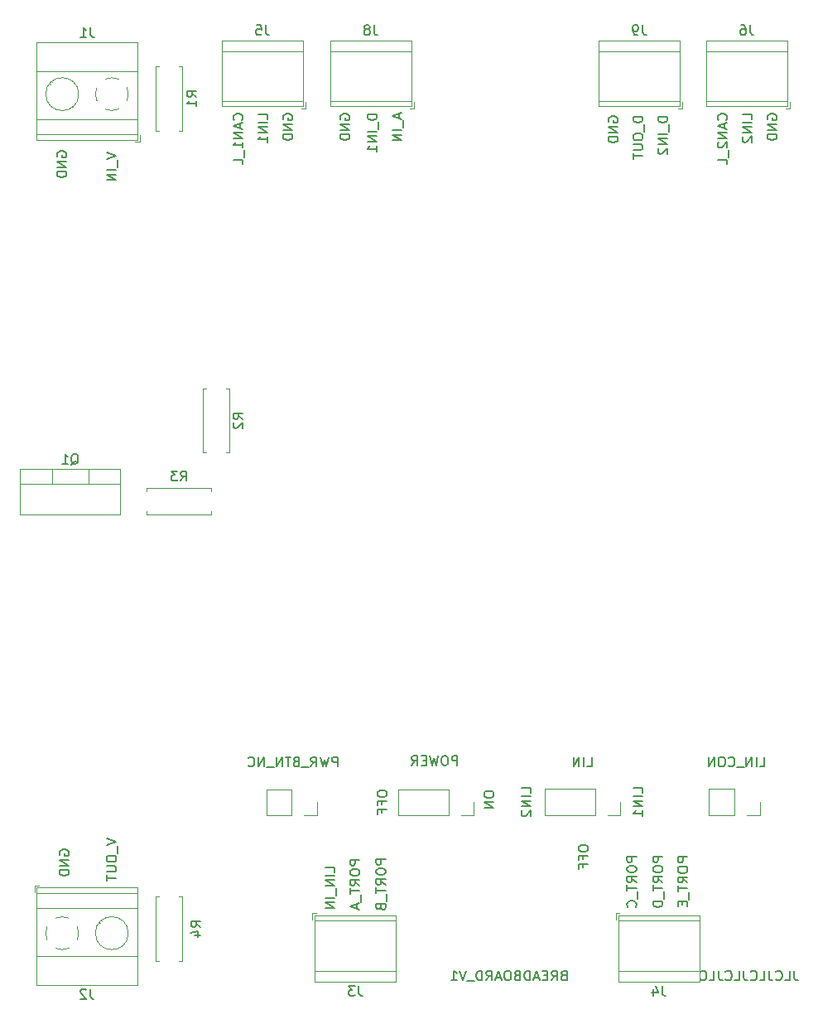
<source format=gbo>
G04 #@! TF.GenerationSoftware,KiCad,Pcbnew,(6.0.1)*
G04 #@! TF.CreationDate,2022-03-31T21:17:37+02:00*
G04 #@! TF.ProjectId,Breadboard,42726561-6462-46f6-9172-642e6b696361,v1.0*
G04 #@! TF.SameCoordinates,Original*
G04 #@! TF.FileFunction,Legend,Bot*
G04 #@! TF.FilePolarity,Positive*
%FSLAX46Y46*%
G04 Gerber Fmt 4.6, Leading zero omitted, Abs format (unit mm)*
G04 Created by KiCad (PCBNEW (6.0.1)) date 2022-03-31 21:17:37*
%MOMM*%
%LPD*%
G01*
G04 APERTURE LIST*
%ADD10C,0.150000*%
%ADD11C,0.120000*%
%ADD12R,1.700000X1.700000*%
%ADD13O,1.700000X1.700000*%
%ADD14C,10.160000*%
%ADD15R,1.800000X1.800000*%
%ADD16C,1.800000*%
%ADD17C,3.200000*%
%ADD18C,1.600000*%
%ADD19O,1.600000X1.600000*%
%ADD20R,2.100000X2.100000*%
%ADD21C,2.100000*%
%ADD22R,1.905000X2.000000*%
%ADD23O,1.905000X2.000000*%
%ADD24R,2.600000X2.600000*%
%ADD25C,2.600000*%
G04 APERTURE END LIST*
D10*
X113244000Y-129905404D02*
X113196380Y-129810166D01*
X113196380Y-129667309D01*
X113244000Y-129524452D01*
X113339238Y-129429214D01*
X113434476Y-129381595D01*
X113624952Y-129333976D01*
X113767809Y-129333976D01*
X113958285Y-129381595D01*
X114053523Y-129429214D01*
X114148761Y-129524452D01*
X114196380Y-129667309D01*
X114196380Y-129762547D01*
X114148761Y-129905404D01*
X114101142Y-129953023D01*
X113767809Y-129953023D01*
X113767809Y-129762547D01*
X114196380Y-130381595D02*
X113196380Y-130381595D01*
X114196380Y-130953023D01*
X113196380Y-130953023D01*
X114196380Y-131429214D02*
X113196380Y-131429214D01*
X113196380Y-131667309D01*
X113244000Y-131810166D01*
X113339238Y-131905404D01*
X113434476Y-131953023D01*
X113624952Y-132000642D01*
X113767809Y-132000642D01*
X113958285Y-131953023D01*
X114053523Y-131905404D01*
X114148761Y-131810166D01*
X114196380Y-131667309D01*
X114196380Y-131429214D01*
X134516380Y-54673785D02*
X134516380Y-54197595D01*
X133516380Y-54197595D01*
X134516380Y-55007119D02*
X133516380Y-55007119D01*
X134516380Y-55483309D02*
X133516380Y-55483309D01*
X134516380Y-56054738D01*
X133516380Y-56054738D01*
X134516380Y-57054738D02*
X134516380Y-56483309D01*
X134516380Y-56769023D02*
X133516380Y-56769023D01*
X133659238Y-56673785D01*
X133754476Y-56578547D01*
X133802095Y-56483309D01*
X156630380Y-123600952D02*
X156630380Y-123791428D01*
X156678000Y-123886666D01*
X156773238Y-123981904D01*
X156963714Y-124029523D01*
X157297047Y-124029523D01*
X157487523Y-123981904D01*
X157582761Y-123886666D01*
X157630380Y-123791428D01*
X157630380Y-123600952D01*
X157582761Y-123505714D01*
X157487523Y-123410476D01*
X157297047Y-123362857D01*
X156963714Y-123362857D01*
X156773238Y-123410476D01*
X156678000Y-123505714D01*
X156630380Y-123600952D01*
X157630380Y-124458095D02*
X156630380Y-124458095D01*
X157630380Y-125029523D01*
X156630380Y-125029523D01*
X141374380Y-131641761D02*
X141374380Y-131165571D01*
X140374380Y-131165571D01*
X141374380Y-131975095D02*
X140374380Y-131975095D01*
X141374380Y-132451285D02*
X140374380Y-132451285D01*
X141374380Y-133022714D01*
X140374380Y-133022714D01*
X141469619Y-133260809D02*
X141469619Y-134022714D01*
X141374380Y-134260809D02*
X140374380Y-134260809D01*
X141374380Y-134737000D02*
X140374380Y-134737000D01*
X141374380Y-135308428D01*
X140374380Y-135308428D01*
X172235380Y-130054380D02*
X171235380Y-130054380D01*
X171235380Y-130435333D01*
X171283000Y-130530571D01*
X171330619Y-130578190D01*
X171425857Y-130625809D01*
X171568714Y-130625809D01*
X171663952Y-130578190D01*
X171711571Y-130530571D01*
X171759190Y-130435333D01*
X171759190Y-130054380D01*
X171235380Y-131244857D02*
X171235380Y-131435333D01*
X171283000Y-131530571D01*
X171378238Y-131625809D01*
X171568714Y-131673428D01*
X171902047Y-131673428D01*
X172092523Y-131625809D01*
X172187761Y-131530571D01*
X172235380Y-131435333D01*
X172235380Y-131244857D01*
X172187761Y-131149619D01*
X172092523Y-131054380D01*
X171902047Y-131006761D01*
X171568714Y-131006761D01*
X171378238Y-131054380D01*
X171283000Y-131149619D01*
X171235380Y-131244857D01*
X172235380Y-132673428D02*
X171759190Y-132340095D01*
X172235380Y-132102000D02*
X171235380Y-132102000D01*
X171235380Y-132482952D01*
X171283000Y-132578190D01*
X171330619Y-132625809D01*
X171425857Y-132673428D01*
X171568714Y-132673428D01*
X171663952Y-132625809D01*
X171711571Y-132578190D01*
X171759190Y-132482952D01*
X171759190Y-132102000D01*
X171235380Y-132959142D02*
X171235380Y-133530571D01*
X172235380Y-133244857D02*
X171235380Y-133244857D01*
X172330619Y-133625809D02*
X172330619Y-134387714D01*
X172140142Y-135197238D02*
X172187761Y-135149619D01*
X172235380Y-135006761D01*
X172235380Y-134911523D01*
X172187761Y-134768666D01*
X172092523Y-134673428D01*
X171997285Y-134625809D01*
X171806809Y-134578190D01*
X171663952Y-134578190D01*
X171473476Y-134625809D01*
X171378238Y-134673428D01*
X171283000Y-134768666D01*
X171235380Y-134911523D01*
X171235380Y-135006761D01*
X171283000Y-135149619D01*
X171330619Y-135197238D01*
X181411142Y-54769023D02*
X181458761Y-54721404D01*
X181506380Y-54578547D01*
X181506380Y-54483309D01*
X181458761Y-54340452D01*
X181363523Y-54245214D01*
X181268285Y-54197595D01*
X181077809Y-54149976D01*
X180934952Y-54149976D01*
X180744476Y-54197595D01*
X180649238Y-54245214D01*
X180554000Y-54340452D01*
X180506380Y-54483309D01*
X180506380Y-54578547D01*
X180554000Y-54721404D01*
X180601619Y-54769023D01*
X181220666Y-55149976D02*
X181220666Y-55626166D01*
X181506380Y-55054738D02*
X180506380Y-55388071D01*
X181506380Y-55721404D01*
X181506380Y-56054738D02*
X180506380Y-56054738D01*
X181506380Y-56626166D01*
X180506380Y-56626166D01*
X180601619Y-57054738D02*
X180554000Y-57102357D01*
X180506380Y-57197595D01*
X180506380Y-57435690D01*
X180554000Y-57530928D01*
X180601619Y-57578547D01*
X180696857Y-57626166D01*
X180792095Y-57626166D01*
X180934952Y-57578547D01*
X181506380Y-57007119D01*
X181506380Y-57626166D01*
X181601619Y-57816642D02*
X181601619Y-58578547D01*
X181506380Y-59292833D02*
X181506380Y-58816642D01*
X180506380Y-58816642D01*
X112990000Y-58531404D02*
X112942380Y-58436166D01*
X112942380Y-58293309D01*
X112990000Y-58150452D01*
X113085238Y-58055214D01*
X113180476Y-58007595D01*
X113370952Y-57959976D01*
X113513809Y-57959976D01*
X113704285Y-58007595D01*
X113799523Y-58055214D01*
X113894761Y-58150452D01*
X113942380Y-58293309D01*
X113942380Y-58388547D01*
X113894761Y-58531404D01*
X113847142Y-58579023D01*
X113513809Y-58579023D01*
X113513809Y-58388547D01*
X113942380Y-59007595D02*
X112942380Y-59007595D01*
X113942380Y-59579023D01*
X112942380Y-59579023D01*
X113942380Y-60055214D02*
X112942380Y-60055214D01*
X112942380Y-60293309D01*
X112990000Y-60436166D01*
X113085238Y-60531404D01*
X113180476Y-60579023D01*
X113370952Y-60626642D01*
X113513809Y-60626642D01*
X113704285Y-60579023D01*
X113799523Y-60531404D01*
X113894761Y-60436166D01*
X113942380Y-60293309D01*
X113942380Y-60055214D01*
X169378000Y-54975404D02*
X169330380Y-54880166D01*
X169330380Y-54737309D01*
X169378000Y-54594452D01*
X169473238Y-54499214D01*
X169568476Y-54451595D01*
X169758952Y-54403976D01*
X169901809Y-54403976D01*
X170092285Y-54451595D01*
X170187523Y-54499214D01*
X170282761Y-54594452D01*
X170330380Y-54737309D01*
X170330380Y-54832547D01*
X170282761Y-54975404D01*
X170235142Y-55023023D01*
X169901809Y-55023023D01*
X169901809Y-54832547D01*
X170330380Y-55451595D02*
X169330380Y-55451595D01*
X170330380Y-56023023D01*
X169330380Y-56023023D01*
X170330380Y-56499214D02*
X169330380Y-56499214D01*
X169330380Y-56737309D01*
X169378000Y-56880166D01*
X169473238Y-56975404D01*
X169568476Y-57023023D01*
X169758952Y-57070642D01*
X169901809Y-57070642D01*
X170092285Y-57023023D01*
X170187523Y-56975404D01*
X170282761Y-56880166D01*
X170330380Y-56737309D01*
X170330380Y-56499214D01*
X161440380Y-123545428D02*
X161440380Y-123069238D01*
X160440380Y-123069238D01*
X161440380Y-123878761D02*
X160440380Y-123878761D01*
X161440380Y-124354952D02*
X160440380Y-124354952D01*
X161440380Y-124926380D01*
X160440380Y-124926380D01*
X160535619Y-125354952D02*
X160488000Y-125402571D01*
X160440380Y-125497809D01*
X160440380Y-125735904D01*
X160488000Y-125831142D01*
X160535619Y-125878761D01*
X160630857Y-125926380D01*
X160726095Y-125926380D01*
X160868952Y-125878761D01*
X161440380Y-125307333D01*
X161440380Y-125926380D01*
X185634000Y-54721404D02*
X185586380Y-54626166D01*
X185586380Y-54483309D01*
X185634000Y-54340452D01*
X185729238Y-54245214D01*
X185824476Y-54197595D01*
X186014952Y-54149976D01*
X186157809Y-54149976D01*
X186348285Y-54197595D01*
X186443523Y-54245214D01*
X186538761Y-54340452D01*
X186586380Y-54483309D01*
X186586380Y-54578547D01*
X186538761Y-54721404D01*
X186491142Y-54769023D01*
X186157809Y-54769023D01*
X186157809Y-54578547D01*
X186586380Y-55197595D02*
X185586380Y-55197595D01*
X186586380Y-55769023D01*
X185586380Y-55769023D01*
X186586380Y-56245214D02*
X185586380Y-56245214D01*
X185586380Y-56483309D01*
X185634000Y-56626166D01*
X185729238Y-56721404D01*
X185824476Y-56769023D01*
X186014952Y-56816642D01*
X186157809Y-56816642D01*
X186348285Y-56769023D01*
X186443523Y-56721404D01*
X186538761Y-56626166D01*
X186586380Y-56483309D01*
X186586380Y-56245214D01*
X177442380Y-130102000D02*
X176442380Y-130102000D01*
X176442380Y-130482952D01*
X176490000Y-130578190D01*
X176537619Y-130625809D01*
X176632857Y-130673428D01*
X176775714Y-130673428D01*
X176870952Y-130625809D01*
X176918571Y-130578190D01*
X176966190Y-130482952D01*
X176966190Y-130102000D01*
X176442380Y-131292476D02*
X176442380Y-131482952D01*
X176490000Y-131578190D01*
X176585238Y-131673428D01*
X176775714Y-131721047D01*
X177109047Y-131721047D01*
X177299523Y-131673428D01*
X177394761Y-131578190D01*
X177442380Y-131482952D01*
X177442380Y-131292476D01*
X177394761Y-131197238D01*
X177299523Y-131102000D01*
X177109047Y-131054380D01*
X176775714Y-131054380D01*
X176585238Y-131102000D01*
X176490000Y-131197238D01*
X176442380Y-131292476D01*
X177442380Y-132721047D02*
X176966190Y-132387714D01*
X177442380Y-132149619D02*
X176442380Y-132149619D01*
X176442380Y-132530571D01*
X176490000Y-132625809D01*
X176537619Y-132673428D01*
X176632857Y-132721047D01*
X176775714Y-132721047D01*
X176870952Y-132673428D01*
X176918571Y-132625809D01*
X176966190Y-132530571D01*
X176966190Y-132149619D01*
X176442380Y-133006761D02*
X176442380Y-133578190D01*
X177442380Y-133292476D02*
X176442380Y-133292476D01*
X177537619Y-133673428D02*
X177537619Y-134435333D01*
X176918571Y-134673428D02*
X176918571Y-135006761D01*
X177442380Y-135149619D02*
X177442380Y-134673428D01*
X176442380Y-134673428D01*
X176442380Y-135149619D01*
X184046380Y-54673785D02*
X184046380Y-54197595D01*
X183046380Y-54197595D01*
X184046380Y-55007119D02*
X183046380Y-55007119D01*
X184046380Y-55483309D02*
X183046380Y-55483309D01*
X184046380Y-56054738D01*
X183046380Y-56054738D01*
X183141619Y-56483309D02*
X183094000Y-56530928D01*
X183046380Y-56626166D01*
X183046380Y-56864261D01*
X183094000Y-56959500D01*
X183141619Y-57007119D01*
X183236857Y-57054738D01*
X183332095Y-57054738D01*
X183474952Y-57007119D01*
X184046380Y-56435690D01*
X184046380Y-57054738D01*
X118022380Y-58118738D02*
X119022380Y-58452071D01*
X118022380Y-58785404D01*
X119117619Y-58880642D02*
X119117619Y-59642547D01*
X119022380Y-59880642D02*
X118022380Y-59880642D01*
X119022380Y-60356833D02*
X118022380Y-60356833D01*
X119022380Y-60928261D01*
X118022380Y-60928261D01*
X131881142Y-54769023D02*
X131928761Y-54721404D01*
X131976380Y-54578547D01*
X131976380Y-54483309D01*
X131928761Y-54340452D01*
X131833523Y-54245214D01*
X131738285Y-54197595D01*
X131547809Y-54149976D01*
X131404952Y-54149976D01*
X131214476Y-54197595D01*
X131119238Y-54245214D01*
X131024000Y-54340452D01*
X130976380Y-54483309D01*
X130976380Y-54578547D01*
X131024000Y-54721404D01*
X131071619Y-54769023D01*
X131690666Y-55149976D02*
X131690666Y-55626166D01*
X131976380Y-55054738D02*
X130976380Y-55388071D01*
X131976380Y-55721404D01*
X131976380Y-56054738D02*
X130976380Y-56054738D01*
X131976380Y-56626166D01*
X130976380Y-56626166D01*
X131976380Y-57626166D02*
X131976380Y-57054738D01*
X131976380Y-57340452D02*
X130976380Y-57340452D01*
X131119238Y-57245214D01*
X131214476Y-57149976D01*
X131262095Y-57054738D01*
X132071619Y-57816642D02*
X132071619Y-58578547D01*
X131976380Y-59292833D02*
X131976380Y-58816642D01*
X130976380Y-58816642D01*
X188340047Y-141706380D02*
X188340047Y-142420666D01*
X188387666Y-142563523D01*
X188482904Y-142658761D01*
X188625761Y-142706380D01*
X188721000Y-142706380D01*
X187387666Y-142706380D02*
X187863857Y-142706380D01*
X187863857Y-141706380D01*
X186482904Y-142611142D02*
X186530523Y-142658761D01*
X186673380Y-142706380D01*
X186768619Y-142706380D01*
X186911476Y-142658761D01*
X187006714Y-142563523D01*
X187054333Y-142468285D01*
X187101952Y-142277809D01*
X187101952Y-142134952D01*
X187054333Y-141944476D01*
X187006714Y-141849238D01*
X186911476Y-141754000D01*
X186768619Y-141706380D01*
X186673380Y-141706380D01*
X186530523Y-141754000D01*
X186482904Y-141801619D01*
X185768619Y-141706380D02*
X185768619Y-142420666D01*
X185816238Y-142563523D01*
X185911476Y-142658761D01*
X186054333Y-142706380D01*
X186149571Y-142706380D01*
X184816238Y-142706380D02*
X185292428Y-142706380D01*
X185292428Y-141706380D01*
X183911476Y-142611142D02*
X183959095Y-142658761D01*
X184101952Y-142706380D01*
X184197190Y-142706380D01*
X184340047Y-142658761D01*
X184435285Y-142563523D01*
X184482904Y-142468285D01*
X184530523Y-142277809D01*
X184530523Y-142134952D01*
X184482904Y-141944476D01*
X184435285Y-141849238D01*
X184340047Y-141754000D01*
X184197190Y-141706380D01*
X184101952Y-141706380D01*
X183959095Y-141754000D01*
X183911476Y-141801619D01*
X183197190Y-141706380D02*
X183197190Y-142420666D01*
X183244809Y-142563523D01*
X183340047Y-142658761D01*
X183482904Y-142706380D01*
X183578142Y-142706380D01*
X182244809Y-142706380D02*
X182721000Y-142706380D01*
X182721000Y-141706380D01*
X181340047Y-142611142D02*
X181387666Y-142658761D01*
X181530523Y-142706380D01*
X181625761Y-142706380D01*
X181768619Y-142658761D01*
X181863857Y-142563523D01*
X181911476Y-142468285D01*
X181959095Y-142277809D01*
X181959095Y-142134952D01*
X181911476Y-141944476D01*
X181863857Y-141849238D01*
X181768619Y-141754000D01*
X181625761Y-141706380D01*
X181530523Y-141706380D01*
X181387666Y-141754000D01*
X181340047Y-141801619D01*
X180625761Y-141706380D02*
X180625761Y-142420666D01*
X180673380Y-142563523D01*
X180768619Y-142658761D01*
X180911476Y-142706380D01*
X181006714Y-142706380D01*
X179673380Y-142706380D02*
X180149571Y-142706380D01*
X180149571Y-141706380D01*
X178768619Y-142611142D02*
X178816238Y-142658761D01*
X178959095Y-142706380D01*
X179054333Y-142706380D01*
X179197190Y-142658761D01*
X179292428Y-142563523D01*
X179340047Y-142468285D01*
X179387666Y-142277809D01*
X179387666Y-142134952D01*
X179340047Y-141944476D01*
X179292428Y-141849238D01*
X179197190Y-141754000D01*
X179054333Y-141706380D01*
X178959095Y-141706380D01*
X178816238Y-141754000D01*
X178768619Y-141801619D01*
X145692380Y-54197595D02*
X144692380Y-54197595D01*
X144692380Y-54435690D01*
X144740000Y-54578547D01*
X144835238Y-54673785D01*
X144930476Y-54721404D01*
X145120952Y-54769023D01*
X145263809Y-54769023D01*
X145454285Y-54721404D01*
X145549523Y-54673785D01*
X145644761Y-54578547D01*
X145692380Y-54435690D01*
X145692380Y-54197595D01*
X145787619Y-54959500D02*
X145787619Y-55721404D01*
X145692380Y-55959500D02*
X144692380Y-55959500D01*
X145692380Y-56435690D02*
X144692380Y-56435690D01*
X145692380Y-57007119D01*
X144692380Y-57007119D01*
X145692380Y-58007119D02*
X145692380Y-57435690D01*
X145692380Y-57721404D02*
X144692380Y-57721404D01*
X144835238Y-57626166D01*
X144930476Y-57530928D01*
X144978095Y-57435690D01*
X143914380Y-130379809D02*
X142914380Y-130379809D01*
X142914380Y-130760761D01*
X142962000Y-130856000D01*
X143009619Y-130903619D01*
X143104857Y-130951238D01*
X143247714Y-130951238D01*
X143342952Y-130903619D01*
X143390571Y-130856000D01*
X143438190Y-130760761D01*
X143438190Y-130379809D01*
X142914380Y-131570285D02*
X142914380Y-131760761D01*
X142962000Y-131856000D01*
X143057238Y-131951238D01*
X143247714Y-131998857D01*
X143581047Y-131998857D01*
X143771523Y-131951238D01*
X143866761Y-131856000D01*
X143914380Y-131760761D01*
X143914380Y-131570285D01*
X143866761Y-131475047D01*
X143771523Y-131379809D01*
X143581047Y-131332190D01*
X143247714Y-131332190D01*
X143057238Y-131379809D01*
X142962000Y-131475047D01*
X142914380Y-131570285D01*
X143914380Y-132998857D02*
X143438190Y-132665523D01*
X143914380Y-132427428D02*
X142914380Y-132427428D01*
X142914380Y-132808380D01*
X142962000Y-132903619D01*
X143009619Y-132951238D01*
X143104857Y-132998857D01*
X143247714Y-132998857D01*
X143342952Y-132951238D01*
X143390571Y-132903619D01*
X143438190Y-132808380D01*
X143438190Y-132427428D01*
X142914380Y-133284571D02*
X142914380Y-133856000D01*
X143914380Y-133570285D02*
X142914380Y-133570285D01*
X144009619Y-133951238D02*
X144009619Y-134713142D01*
X143628666Y-134903619D02*
X143628666Y-135379809D01*
X143914380Y-134808380D02*
X142914380Y-135141714D01*
X143914380Y-135475047D01*
X164757619Y-142182571D02*
X164614761Y-142230190D01*
X164567142Y-142277809D01*
X164519523Y-142373047D01*
X164519523Y-142515904D01*
X164567142Y-142611142D01*
X164614761Y-142658761D01*
X164710000Y-142706380D01*
X165090952Y-142706380D01*
X165090952Y-141706380D01*
X164757619Y-141706380D01*
X164662380Y-141754000D01*
X164614761Y-141801619D01*
X164567142Y-141896857D01*
X164567142Y-141992095D01*
X164614761Y-142087333D01*
X164662380Y-142134952D01*
X164757619Y-142182571D01*
X165090952Y-142182571D01*
X163519523Y-142706380D02*
X163852857Y-142230190D01*
X164090952Y-142706380D02*
X164090952Y-141706380D01*
X163710000Y-141706380D01*
X163614761Y-141754000D01*
X163567142Y-141801619D01*
X163519523Y-141896857D01*
X163519523Y-142039714D01*
X163567142Y-142134952D01*
X163614761Y-142182571D01*
X163710000Y-142230190D01*
X164090952Y-142230190D01*
X163090952Y-142182571D02*
X162757619Y-142182571D01*
X162614761Y-142706380D02*
X163090952Y-142706380D01*
X163090952Y-141706380D01*
X162614761Y-141706380D01*
X162233809Y-142420666D02*
X161757619Y-142420666D01*
X162329047Y-142706380D02*
X161995714Y-141706380D01*
X161662380Y-142706380D01*
X161329047Y-142706380D02*
X161329047Y-141706380D01*
X161090952Y-141706380D01*
X160948095Y-141754000D01*
X160852857Y-141849238D01*
X160805238Y-141944476D01*
X160757619Y-142134952D01*
X160757619Y-142277809D01*
X160805238Y-142468285D01*
X160852857Y-142563523D01*
X160948095Y-142658761D01*
X161090952Y-142706380D01*
X161329047Y-142706380D01*
X159995714Y-142182571D02*
X159852857Y-142230190D01*
X159805238Y-142277809D01*
X159757619Y-142373047D01*
X159757619Y-142515904D01*
X159805238Y-142611142D01*
X159852857Y-142658761D01*
X159948095Y-142706380D01*
X160329047Y-142706380D01*
X160329047Y-141706380D01*
X159995714Y-141706380D01*
X159900476Y-141754000D01*
X159852857Y-141801619D01*
X159805238Y-141896857D01*
X159805238Y-141992095D01*
X159852857Y-142087333D01*
X159900476Y-142134952D01*
X159995714Y-142182571D01*
X160329047Y-142182571D01*
X159138571Y-141706380D02*
X158948095Y-141706380D01*
X158852857Y-141754000D01*
X158757619Y-141849238D01*
X158710000Y-142039714D01*
X158710000Y-142373047D01*
X158757619Y-142563523D01*
X158852857Y-142658761D01*
X158948095Y-142706380D01*
X159138571Y-142706380D01*
X159233809Y-142658761D01*
X159329047Y-142563523D01*
X159376666Y-142373047D01*
X159376666Y-142039714D01*
X159329047Y-141849238D01*
X159233809Y-141754000D01*
X159138571Y-141706380D01*
X158329047Y-142420666D02*
X157852857Y-142420666D01*
X158424285Y-142706380D02*
X158090952Y-141706380D01*
X157757619Y-142706380D01*
X156852857Y-142706380D02*
X157186190Y-142230190D01*
X157424285Y-142706380D02*
X157424285Y-141706380D01*
X157043333Y-141706380D01*
X156948095Y-141754000D01*
X156900476Y-141801619D01*
X156852857Y-141896857D01*
X156852857Y-142039714D01*
X156900476Y-142134952D01*
X156948095Y-142182571D01*
X157043333Y-142230190D01*
X157424285Y-142230190D01*
X156424285Y-142706380D02*
X156424285Y-141706380D01*
X156186190Y-141706380D01*
X156043333Y-141754000D01*
X155948095Y-141849238D01*
X155900476Y-141944476D01*
X155852857Y-142134952D01*
X155852857Y-142277809D01*
X155900476Y-142468285D01*
X155948095Y-142563523D01*
X156043333Y-142658761D01*
X156186190Y-142706380D01*
X156424285Y-142706380D01*
X155662380Y-142801619D02*
X154900476Y-142801619D01*
X154805238Y-141706380D02*
X154471904Y-142706380D01*
X154138571Y-141706380D01*
X153281428Y-142706380D02*
X153852857Y-142706380D01*
X153567142Y-142706380D02*
X153567142Y-141706380D01*
X153662380Y-141849238D01*
X153757619Y-141944476D01*
X153852857Y-141992095D01*
X118022380Y-128222738D02*
X119022380Y-128556071D01*
X118022380Y-128889404D01*
X119117619Y-128984642D02*
X119117619Y-129746547D01*
X118022380Y-130175119D02*
X118022380Y-130365595D01*
X118070000Y-130460833D01*
X118165238Y-130556071D01*
X118355714Y-130603690D01*
X118689047Y-130603690D01*
X118879523Y-130556071D01*
X118974761Y-130460833D01*
X119022380Y-130365595D01*
X119022380Y-130175119D01*
X118974761Y-130079880D01*
X118879523Y-129984642D01*
X118689047Y-129937023D01*
X118355714Y-129937023D01*
X118165238Y-129984642D01*
X118070000Y-130079880D01*
X118022380Y-130175119D01*
X118022380Y-131032261D02*
X118831904Y-131032261D01*
X118927142Y-131079880D01*
X118974761Y-131127500D01*
X119022380Y-131222738D01*
X119022380Y-131413214D01*
X118974761Y-131508452D01*
X118927142Y-131556071D01*
X118831904Y-131603690D01*
X118022380Y-131603690D01*
X118022380Y-131937023D02*
X118022380Y-132508452D01*
X119022380Y-132222738D02*
X118022380Y-132222738D01*
X172870380Y-123545428D02*
X172870380Y-123069238D01*
X171870380Y-123069238D01*
X172870380Y-123878761D02*
X171870380Y-123878761D01*
X172870380Y-124354952D02*
X171870380Y-124354952D01*
X172870380Y-124926380D01*
X171870380Y-124926380D01*
X172870380Y-125926380D02*
X172870380Y-125354952D01*
X172870380Y-125640666D02*
X171870380Y-125640666D01*
X172013238Y-125545428D01*
X172108476Y-125450190D01*
X172156095Y-125354952D01*
X147946666Y-54149976D02*
X147946666Y-54626166D01*
X148232380Y-54054738D02*
X147232380Y-54388071D01*
X148232380Y-54721404D01*
X148327619Y-54816642D02*
X148327619Y-55578547D01*
X148232380Y-55816642D02*
X147232380Y-55816642D01*
X148232380Y-56292833D02*
X147232380Y-56292833D01*
X148232380Y-56864261D01*
X147232380Y-56864261D01*
X136104000Y-54721404D02*
X136056380Y-54626166D01*
X136056380Y-54483309D01*
X136104000Y-54340452D01*
X136199238Y-54245214D01*
X136294476Y-54197595D01*
X136484952Y-54149976D01*
X136627809Y-54149976D01*
X136818285Y-54197595D01*
X136913523Y-54245214D01*
X137008761Y-54340452D01*
X137056380Y-54483309D01*
X137056380Y-54578547D01*
X137008761Y-54721404D01*
X136961142Y-54769023D01*
X136627809Y-54769023D01*
X136627809Y-54578547D01*
X137056380Y-55197595D02*
X136056380Y-55197595D01*
X137056380Y-55769023D01*
X136056380Y-55769023D01*
X137056380Y-56245214D02*
X136056380Y-56245214D01*
X136056380Y-56483309D01*
X136104000Y-56626166D01*
X136199238Y-56721404D01*
X136294476Y-56769023D01*
X136484952Y-56816642D01*
X136627809Y-56816642D01*
X136818285Y-56769023D01*
X136913523Y-56721404D01*
X137008761Y-56626166D01*
X137056380Y-56483309D01*
X137056380Y-56245214D01*
X141946000Y-54721404D02*
X141898380Y-54626166D01*
X141898380Y-54483309D01*
X141946000Y-54340452D01*
X142041238Y-54245214D01*
X142136476Y-54197595D01*
X142326952Y-54149976D01*
X142469809Y-54149976D01*
X142660285Y-54197595D01*
X142755523Y-54245214D01*
X142850761Y-54340452D01*
X142898380Y-54483309D01*
X142898380Y-54578547D01*
X142850761Y-54721404D01*
X142803142Y-54769023D01*
X142469809Y-54769023D01*
X142469809Y-54578547D01*
X142898380Y-55197595D02*
X141898380Y-55197595D01*
X142898380Y-55769023D01*
X141898380Y-55769023D01*
X142898380Y-56245214D02*
X141898380Y-56245214D01*
X141898380Y-56483309D01*
X141946000Y-56626166D01*
X142041238Y-56721404D01*
X142136476Y-56769023D01*
X142326952Y-56816642D01*
X142469809Y-56816642D01*
X142660285Y-56769023D01*
X142755523Y-56721404D01*
X142850761Y-56626166D01*
X142898380Y-56483309D01*
X142898380Y-56245214D01*
X175410380Y-54451595D02*
X174410380Y-54451595D01*
X174410380Y-54689690D01*
X174458000Y-54832547D01*
X174553238Y-54927785D01*
X174648476Y-54975404D01*
X174838952Y-55023023D01*
X174981809Y-55023023D01*
X175172285Y-54975404D01*
X175267523Y-54927785D01*
X175362761Y-54832547D01*
X175410380Y-54689690D01*
X175410380Y-54451595D01*
X175505619Y-55213500D02*
X175505619Y-55975404D01*
X175410380Y-56213500D02*
X174410380Y-56213500D01*
X175410380Y-56689690D02*
X174410380Y-56689690D01*
X175410380Y-57261119D01*
X174410380Y-57261119D01*
X174505619Y-57689690D02*
X174458000Y-57737309D01*
X174410380Y-57832547D01*
X174410380Y-58070642D01*
X174458000Y-58165880D01*
X174505619Y-58213500D01*
X174600857Y-58261119D01*
X174696095Y-58261119D01*
X174838952Y-58213500D01*
X175410380Y-57642071D01*
X175410380Y-58261119D01*
X166282380Y-129109619D02*
X166282380Y-129300095D01*
X166330000Y-129395333D01*
X166425238Y-129490571D01*
X166615714Y-129538190D01*
X166949047Y-129538190D01*
X167139523Y-129490571D01*
X167234761Y-129395333D01*
X167282380Y-129300095D01*
X167282380Y-129109619D01*
X167234761Y-129014380D01*
X167139523Y-128919142D01*
X166949047Y-128871523D01*
X166615714Y-128871523D01*
X166425238Y-128919142D01*
X166330000Y-129014380D01*
X166282380Y-129109619D01*
X166758571Y-130300095D02*
X166758571Y-129966761D01*
X167282380Y-129966761D02*
X166282380Y-129966761D01*
X166282380Y-130442952D01*
X166758571Y-131157238D02*
X166758571Y-130823904D01*
X167282380Y-130823904D02*
X166282380Y-130823904D01*
X166282380Y-131300095D01*
X172870380Y-54451595D02*
X171870380Y-54451595D01*
X171870380Y-54689690D01*
X171918000Y-54832547D01*
X172013238Y-54927785D01*
X172108476Y-54975404D01*
X172298952Y-55023023D01*
X172441809Y-55023023D01*
X172632285Y-54975404D01*
X172727523Y-54927785D01*
X172822761Y-54832547D01*
X172870380Y-54689690D01*
X172870380Y-54451595D01*
X172965619Y-55213500D02*
X172965619Y-55975404D01*
X171870380Y-56403976D02*
X171870380Y-56594452D01*
X171918000Y-56689690D01*
X172013238Y-56784928D01*
X172203714Y-56832547D01*
X172537047Y-56832547D01*
X172727523Y-56784928D01*
X172822761Y-56689690D01*
X172870380Y-56594452D01*
X172870380Y-56403976D01*
X172822761Y-56308738D01*
X172727523Y-56213500D01*
X172537047Y-56165880D01*
X172203714Y-56165880D01*
X172013238Y-56213500D01*
X171918000Y-56308738D01*
X171870380Y-56403976D01*
X171870380Y-57261119D02*
X172679904Y-57261119D01*
X172775142Y-57308738D01*
X172822761Y-57356357D01*
X172870380Y-57451595D01*
X172870380Y-57642071D01*
X172822761Y-57737309D01*
X172775142Y-57784928D01*
X172679904Y-57832547D01*
X171870380Y-57832547D01*
X171870380Y-58165880D02*
X171870380Y-58737309D01*
X172870380Y-58451595D02*
X171870380Y-58451595D01*
X146581380Y-130308380D02*
X145581380Y-130308380D01*
X145581380Y-130689333D01*
X145629000Y-130784571D01*
X145676619Y-130832190D01*
X145771857Y-130879809D01*
X145914714Y-130879809D01*
X146009952Y-130832190D01*
X146057571Y-130784571D01*
X146105190Y-130689333D01*
X146105190Y-130308380D01*
X145581380Y-131498857D02*
X145581380Y-131689333D01*
X145629000Y-131784571D01*
X145724238Y-131879809D01*
X145914714Y-131927428D01*
X146248047Y-131927428D01*
X146438523Y-131879809D01*
X146533761Y-131784571D01*
X146581380Y-131689333D01*
X146581380Y-131498857D01*
X146533761Y-131403619D01*
X146438523Y-131308380D01*
X146248047Y-131260761D01*
X145914714Y-131260761D01*
X145724238Y-131308380D01*
X145629000Y-131403619D01*
X145581380Y-131498857D01*
X146581380Y-132927428D02*
X146105190Y-132594095D01*
X146581380Y-132356000D02*
X145581380Y-132356000D01*
X145581380Y-132736952D01*
X145629000Y-132832190D01*
X145676619Y-132879809D01*
X145771857Y-132927428D01*
X145914714Y-132927428D01*
X146009952Y-132879809D01*
X146057571Y-132832190D01*
X146105190Y-132736952D01*
X146105190Y-132356000D01*
X145581380Y-133213142D02*
X145581380Y-133784571D01*
X146581380Y-133498857D02*
X145581380Y-133498857D01*
X146676619Y-133879809D02*
X146676619Y-134641714D01*
X146057571Y-135213142D02*
X146105190Y-135356000D01*
X146152809Y-135403619D01*
X146248047Y-135451238D01*
X146390904Y-135451238D01*
X146486142Y-135403619D01*
X146533761Y-135356000D01*
X146581380Y-135260761D01*
X146581380Y-134879809D01*
X145581380Y-134879809D01*
X145581380Y-135213142D01*
X145629000Y-135308380D01*
X145676619Y-135356000D01*
X145771857Y-135403619D01*
X145867095Y-135403619D01*
X145962333Y-135356000D01*
X146009952Y-135308380D01*
X146057571Y-135213142D01*
X146057571Y-134879809D01*
X174902380Y-130054380D02*
X173902380Y-130054380D01*
X173902380Y-130435333D01*
X173950000Y-130530571D01*
X173997619Y-130578190D01*
X174092857Y-130625809D01*
X174235714Y-130625809D01*
X174330952Y-130578190D01*
X174378571Y-130530571D01*
X174426190Y-130435333D01*
X174426190Y-130054380D01*
X173902380Y-131244857D02*
X173902380Y-131435333D01*
X173950000Y-131530571D01*
X174045238Y-131625809D01*
X174235714Y-131673428D01*
X174569047Y-131673428D01*
X174759523Y-131625809D01*
X174854761Y-131530571D01*
X174902380Y-131435333D01*
X174902380Y-131244857D01*
X174854761Y-131149619D01*
X174759523Y-131054380D01*
X174569047Y-131006761D01*
X174235714Y-131006761D01*
X174045238Y-131054380D01*
X173950000Y-131149619D01*
X173902380Y-131244857D01*
X174902380Y-132673428D02*
X174426190Y-132340095D01*
X174902380Y-132102000D02*
X173902380Y-132102000D01*
X173902380Y-132482952D01*
X173950000Y-132578190D01*
X173997619Y-132625809D01*
X174092857Y-132673428D01*
X174235714Y-132673428D01*
X174330952Y-132625809D01*
X174378571Y-132578190D01*
X174426190Y-132482952D01*
X174426190Y-132102000D01*
X173902380Y-132959142D02*
X173902380Y-133530571D01*
X174902380Y-133244857D02*
X173902380Y-133244857D01*
X174997619Y-133625809D02*
X174997619Y-134387714D01*
X174902380Y-134625809D02*
X173902380Y-134625809D01*
X173902380Y-134863904D01*
X173950000Y-135006761D01*
X174045238Y-135102000D01*
X174140476Y-135149619D01*
X174330952Y-135197238D01*
X174473809Y-135197238D01*
X174664285Y-135149619D01*
X174759523Y-135102000D01*
X174854761Y-135006761D01*
X174902380Y-134863904D01*
X174902380Y-134625809D01*
X145708380Y-123521619D02*
X145708380Y-123712095D01*
X145756000Y-123807333D01*
X145851238Y-123902571D01*
X146041714Y-123950190D01*
X146375047Y-123950190D01*
X146565523Y-123902571D01*
X146660761Y-123807333D01*
X146708380Y-123712095D01*
X146708380Y-123521619D01*
X146660761Y-123426380D01*
X146565523Y-123331142D01*
X146375047Y-123283523D01*
X146041714Y-123283523D01*
X145851238Y-123331142D01*
X145756000Y-123426380D01*
X145708380Y-123521619D01*
X146184571Y-124712095D02*
X146184571Y-124378761D01*
X146708380Y-124378761D02*
X145708380Y-124378761D01*
X145708380Y-124854952D01*
X146184571Y-125569238D02*
X146184571Y-125235904D01*
X146708380Y-125235904D02*
X145708380Y-125235904D01*
X145708380Y-125712095D01*
X127234380Y-52425333D02*
X126758190Y-52092000D01*
X127234380Y-51853904D02*
X126234380Y-51853904D01*
X126234380Y-52234857D01*
X126282000Y-52330095D01*
X126329619Y-52377714D01*
X126424857Y-52425333D01*
X126567714Y-52425333D01*
X126662952Y-52377714D01*
X126710571Y-52330095D01*
X126758190Y-52234857D01*
X126758190Y-51853904D01*
X127234380Y-53377714D02*
X127234380Y-52806285D01*
X127234380Y-53092000D02*
X126234380Y-53092000D01*
X126377238Y-52996761D01*
X126472476Y-52901523D01*
X126520095Y-52806285D01*
X143795333Y-143282380D02*
X143795333Y-143996666D01*
X143842952Y-144139523D01*
X143938190Y-144234761D01*
X144081047Y-144282380D01*
X144176285Y-144282380D01*
X143414380Y-143282380D02*
X142795333Y-143282380D01*
X143128666Y-143663333D01*
X142985809Y-143663333D01*
X142890571Y-143710952D01*
X142842952Y-143758571D01*
X142795333Y-143853809D01*
X142795333Y-144091904D01*
X142842952Y-144187142D01*
X142890571Y-144234761D01*
X142985809Y-144282380D01*
X143271523Y-144282380D01*
X143366761Y-144234761D01*
X143414380Y-144187142D01*
X114398038Y-89997419D02*
X114493276Y-89949800D01*
X114588514Y-89854561D01*
X114731371Y-89711704D01*
X114826609Y-89664085D01*
X114921847Y-89664085D01*
X114874228Y-89902180D02*
X114969466Y-89854561D01*
X115064704Y-89759323D01*
X115112323Y-89568847D01*
X115112323Y-89235514D01*
X115064704Y-89045038D01*
X114969466Y-88949800D01*
X114874228Y-88902180D01*
X114683752Y-88902180D01*
X114588514Y-88949800D01*
X114493276Y-89045038D01*
X114445657Y-89235514D01*
X114445657Y-89568847D01*
X114493276Y-89759323D01*
X114588514Y-89854561D01*
X114683752Y-89902180D01*
X114874228Y-89902180D01*
X113493276Y-89902180D02*
X114064704Y-89902180D01*
X113778990Y-89902180D02*
X113778990Y-88902180D01*
X113874228Y-89045038D01*
X113969466Y-89140276D01*
X114064704Y-89187895D01*
X172833333Y-45082380D02*
X172833333Y-45796666D01*
X172880952Y-45939523D01*
X172976190Y-46034761D01*
X173119047Y-46082380D01*
X173214285Y-46082380D01*
X172309523Y-46082380D02*
X172119047Y-46082380D01*
X172023809Y-46034761D01*
X171976190Y-45987142D01*
X171880952Y-45844285D01*
X171833333Y-45653809D01*
X171833333Y-45272857D01*
X171880952Y-45177619D01*
X171928571Y-45130000D01*
X172023809Y-45082380D01*
X172214285Y-45082380D01*
X172309523Y-45130000D01*
X172357142Y-45177619D01*
X172404761Y-45272857D01*
X172404761Y-45510952D01*
X172357142Y-45606190D01*
X172309523Y-45653809D01*
X172214285Y-45701428D01*
X172023809Y-45701428D01*
X171928571Y-45653809D01*
X171880952Y-45606190D01*
X171833333Y-45510952D01*
X184831952Y-120862380D02*
X185308142Y-120862380D01*
X185308142Y-119862380D01*
X184498619Y-120862380D02*
X184498619Y-119862380D01*
X184022428Y-120862380D02*
X184022428Y-119862380D01*
X183451000Y-120862380D01*
X183451000Y-119862380D01*
X183212904Y-120957619D02*
X182451000Y-120957619D01*
X181641476Y-120767142D02*
X181689095Y-120814761D01*
X181831952Y-120862380D01*
X181927190Y-120862380D01*
X182070047Y-120814761D01*
X182165285Y-120719523D01*
X182212904Y-120624285D01*
X182260523Y-120433809D01*
X182260523Y-120290952D01*
X182212904Y-120100476D01*
X182165285Y-120005238D01*
X182070047Y-119910000D01*
X181927190Y-119862380D01*
X181831952Y-119862380D01*
X181689095Y-119910000D01*
X181641476Y-119957619D01*
X181022428Y-119862380D02*
X180831952Y-119862380D01*
X180736714Y-119910000D01*
X180641476Y-120005238D01*
X180593857Y-120195714D01*
X180593857Y-120529047D01*
X180641476Y-120719523D01*
X180736714Y-120814761D01*
X180831952Y-120862380D01*
X181022428Y-120862380D01*
X181117666Y-120814761D01*
X181212904Y-120719523D01*
X181260523Y-120529047D01*
X181260523Y-120195714D01*
X181212904Y-120005238D01*
X181117666Y-119910000D01*
X181022428Y-119862380D01*
X180165285Y-120862380D02*
X180165285Y-119862380D01*
X179593857Y-120862380D01*
X179593857Y-119862380D01*
X131976380Y-85333333D02*
X131500190Y-85000000D01*
X131976380Y-84761904D02*
X130976380Y-84761904D01*
X130976380Y-85142857D01*
X131024000Y-85238095D01*
X131071619Y-85285714D01*
X131166857Y-85333333D01*
X131309714Y-85333333D01*
X131404952Y-85285714D01*
X131452571Y-85238095D01*
X131500190Y-85142857D01*
X131500190Y-84761904D01*
X131071619Y-85714285D02*
X131024000Y-85761904D01*
X130976380Y-85857142D01*
X130976380Y-86095238D01*
X131024000Y-86190476D01*
X131071619Y-86238095D01*
X131166857Y-86285714D01*
X131262095Y-86285714D01*
X131404952Y-86238095D01*
X131976380Y-85666666D01*
X131976380Y-86285714D01*
X141635809Y-120862380D02*
X141635809Y-119862380D01*
X141254857Y-119862380D01*
X141159619Y-119910000D01*
X141112000Y-119957619D01*
X141064380Y-120052857D01*
X141064380Y-120195714D01*
X141112000Y-120290952D01*
X141159619Y-120338571D01*
X141254857Y-120386190D01*
X141635809Y-120386190D01*
X140731047Y-119862380D02*
X140492952Y-120862380D01*
X140302476Y-120148095D01*
X140112000Y-120862380D01*
X139873904Y-119862380D01*
X138921523Y-120862380D02*
X139254857Y-120386190D01*
X139492952Y-120862380D02*
X139492952Y-119862380D01*
X139112000Y-119862380D01*
X139016761Y-119910000D01*
X138969142Y-119957619D01*
X138921523Y-120052857D01*
X138921523Y-120195714D01*
X138969142Y-120290952D01*
X139016761Y-120338571D01*
X139112000Y-120386190D01*
X139492952Y-120386190D01*
X138731047Y-120957619D02*
X137969142Y-120957619D01*
X137397714Y-120338571D02*
X137254857Y-120386190D01*
X137207238Y-120433809D01*
X137159619Y-120529047D01*
X137159619Y-120671904D01*
X137207238Y-120767142D01*
X137254857Y-120814761D01*
X137350095Y-120862380D01*
X137731047Y-120862380D01*
X137731047Y-119862380D01*
X137397714Y-119862380D01*
X137302476Y-119910000D01*
X137254857Y-119957619D01*
X137207238Y-120052857D01*
X137207238Y-120148095D01*
X137254857Y-120243333D01*
X137302476Y-120290952D01*
X137397714Y-120338571D01*
X137731047Y-120338571D01*
X136873904Y-119862380D02*
X136302476Y-119862380D01*
X136588190Y-120862380D02*
X136588190Y-119862380D01*
X135969142Y-120862380D02*
X135969142Y-119862380D01*
X135397714Y-120862380D01*
X135397714Y-119862380D01*
X135159619Y-120957619D02*
X134397714Y-120957619D01*
X134159619Y-120862380D02*
X134159619Y-119862380D01*
X133588190Y-120862380D01*
X133588190Y-119862380D01*
X132540571Y-120767142D02*
X132588190Y-120814761D01*
X132731047Y-120862380D01*
X132826285Y-120862380D01*
X132969142Y-120814761D01*
X133064380Y-120719523D01*
X133112000Y-120624285D01*
X133159619Y-120433809D01*
X133159619Y-120290952D01*
X133112000Y-120100476D01*
X133064380Y-120005238D01*
X132969142Y-119910000D01*
X132826285Y-119862380D01*
X132731047Y-119862380D01*
X132588190Y-119910000D01*
X132540571Y-119957619D01*
X183833333Y-45082380D02*
X183833333Y-45796666D01*
X183880952Y-45939523D01*
X183976190Y-46034761D01*
X184119047Y-46082380D01*
X184214285Y-46082380D01*
X182928571Y-45082380D02*
X183119047Y-45082380D01*
X183214285Y-45130000D01*
X183261904Y-45177619D01*
X183357142Y-45320476D01*
X183404761Y-45510952D01*
X183404761Y-45891904D01*
X183357142Y-45987142D01*
X183309523Y-46034761D01*
X183214285Y-46082380D01*
X183023809Y-46082380D01*
X182928571Y-46034761D01*
X182880952Y-45987142D01*
X182833333Y-45891904D01*
X182833333Y-45653809D01*
X182880952Y-45558571D01*
X182928571Y-45510952D01*
X183023809Y-45463333D01*
X183214285Y-45463333D01*
X183309523Y-45510952D01*
X183357142Y-45558571D01*
X183404761Y-45653809D01*
X127658380Y-137261333D02*
X127182190Y-136928000D01*
X127658380Y-136689904D02*
X126658380Y-136689904D01*
X126658380Y-137070857D01*
X126706000Y-137166095D01*
X126753619Y-137213714D01*
X126848857Y-137261333D01*
X126991714Y-137261333D01*
X127086952Y-137213714D01*
X127134571Y-137166095D01*
X127182190Y-137070857D01*
X127182190Y-136689904D01*
X126991714Y-138118476D02*
X127658380Y-138118476D01*
X126610761Y-137880380D02*
X127325047Y-137642285D01*
X127325047Y-138261333D01*
X116358333Y-143597380D02*
X116358333Y-144311666D01*
X116405952Y-144454523D01*
X116501190Y-144549761D01*
X116644047Y-144597380D01*
X116739285Y-144597380D01*
X115929761Y-143692619D02*
X115882142Y-143645000D01*
X115786904Y-143597380D01*
X115548809Y-143597380D01*
X115453571Y-143645000D01*
X115405952Y-143692619D01*
X115358333Y-143787857D01*
X115358333Y-143883095D01*
X115405952Y-144025952D01*
X115977380Y-144597380D01*
X115358333Y-144597380D01*
X167155380Y-120862380D02*
X167631571Y-120862380D01*
X167631571Y-119862380D01*
X166822047Y-120862380D02*
X166822047Y-119862380D01*
X166345857Y-120862380D02*
X166345857Y-119862380D01*
X165774428Y-120862380D01*
X165774428Y-119862380D01*
X134293333Y-45082380D02*
X134293333Y-45796666D01*
X134340952Y-45939523D01*
X134436190Y-46034761D01*
X134579047Y-46082380D01*
X134674285Y-46082380D01*
X133340952Y-45082380D02*
X133817142Y-45082380D01*
X133864761Y-45558571D01*
X133817142Y-45510952D01*
X133721904Y-45463333D01*
X133483809Y-45463333D01*
X133388571Y-45510952D01*
X133340952Y-45558571D01*
X133293333Y-45653809D01*
X133293333Y-45891904D01*
X133340952Y-45987142D01*
X133388571Y-46034761D01*
X133483809Y-46082380D01*
X133721904Y-46082380D01*
X133817142Y-46034761D01*
X133864761Y-45987142D01*
X145373333Y-45082380D02*
X145373333Y-45796666D01*
X145420952Y-45939523D01*
X145516190Y-46034761D01*
X145659047Y-46082380D01*
X145754285Y-46082380D01*
X144754285Y-45510952D02*
X144849523Y-45463333D01*
X144897142Y-45415714D01*
X144944761Y-45320476D01*
X144944761Y-45272857D01*
X144897142Y-45177619D01*
X144849523Y-45130000D01*
X144754285Y-45082380D01*
X144563809Y-45082380D01*
X144468571Y-45130000D01*
X144420952Y-45177619D01*
X144373333Y-45272857D01*
X144373333Y-45320476D01*
X144420952Y-45415714D01*
X144468571Y-45463333D01*
X144563809Y-45510952D01*
X144754285Y-45510952D01*
X144849523Y-45558571D01*
X144897142Y-45606190D01*
X144944761Y-45701428D01*
X144944761Y-45891904D01*
X144897142Y-45987142D01*
X144849523Y-46034761D01*
X144754285Y-46082380D01*
X144563809Y-46082380D01*
X144468571Y-46034761D01*
X144420952Y-45987142D01*
X144373333Y-45891904D01*
X144373333Y-45701428D01*
X144420952Y-45606190D01*
X144468571Y-45558571D01*
X144563809Y-45510952D01*
X174833333Y-143282380D02*
X174833333Y-143996666D01*
X174880952Y-144139523D01*
X174976190Y-144234761D01*
X175119047Y-144282380D01*
X175214285Y-144282380D01*
X173928571Y-143615714D02*
X173928571Y-144282380D01*
X174166666Y-143234761D02*
X174404761Y-143949047D01*
X173785714Y-143949047D01*
X153899523Y-120735380D02*
X153899523Y-119735380D01*
X153518571Y-119735380D01*
X153423333Y-119783000D01*
X153375714Y-119830619D01*
X153328095Y-119925857D01*
X153328095Y-120068714D01*
X153375714Y-120163952D01*
X153423333Y-120211571D01*
X153518571Y-120259190D01*
X153899523Y-120259190D01*
X152709047Y-119735380D02*
X152518571Y-119735380D01*
X152423333Y-119783000D01*
X152328095Y-119878238D01*
X152280476Y-120068714D01*
X152280476Y-120402047D01*
X152328095Y-120592523D01*
X152423333Y-120687761D01*
X152518571Y-120735380D01*
X152709047Y-120735380D01*
X152804285Y-120687761D01*
X152899523Y-120592523D01*
X152947142Y-120402047D01*
X152947142Y-120068714D01*
X152899523Y-119878238D01*
X152804285Y-119783000D01*
X152709047Y-119735380D01*
X151947142Y-119735380D02*
X151709047Y-120735380D01*
X151518571Y-120021095D01*
X151328095Y-120735380D01*
X151090000Y-119735380D01*
X150709047Y-120211571D02*
X150375714Y-120211571D01*
X150232857Y-120735380D02*
X150709047Y-120735380D01*
X150709047Y-119735380D01*
X150232857Y-119735380D01*
X149232857Y-120735380D02*
X149566190Y-120259190D01*
X149804285Y-120735380D02*
X149804285Y-119735380D01*
X149423333Y-119735380D01*
X149328095Y-119783000D01*
X149280476Y-119830619D01*
X149232857Y-119925857D01*
X149232857Y-120068714D01*
X149280476Y-120163952D01*
X149328095Y-120211571D01*
X149423333Y-120259190D01*
X149804285Y-120259190D01*
X116368333Y-45327380D02*
X116368333Y-46041666D01*
X116415952Y-46184523D01*
X116511190Y-46279761D01*
X116654047Y-46327380D01*
X116749285Y-46327380D01*
X115368333Y-46327380D02*
X115939761Y-46327380D01*
X115654047Y-46327380D02*
X115654047Y-45327380D01*
X115749285Y-45470238D01*
X115844523Y-45565476D01*
X115939761Y-45613095D01*
X125594666Y-91652380D02*
X125928000Y-91176190D01*
X126166095Y-91652380D02*
X126166095Y-90652380D01*
X125785142Y-90652380D01*
X125689904Y-90700000D01*
X125642285Y-90747619D01*
X125594666Y-90842857D01*
X125594666Y-90985714D01*
X125642285Y-91080952D01*
X125689904Y-91128571D01*
X125785142Y-91176190D01*
X126166095Y-91176190D01*
X125261333Y-90652380D02*
X124642285Y-90652380D01*
X124975619Y-91033333D01*
X124832761Y-91033333D01*
X124737523Y-91080952D01*
X124689904Y-91128571D01*
X124642285Y-91223809D01*
X124642285Y-91461904D01*
X124689904Y-91557142D01*
X124737523Y-91604761D01*
X124832761Y-91652380D01*
X125118476Y-91652380D01*
X125213714Y-91604761D01*
X125261333Y-91557142D01*
D11*
X125782000Y-49322000D02*
X125452000Y-49322000D01*
X125452000Y-55862000D02*
X125782000Y-55862000D01*
X123042000Y-49322000D02*
X123372000Y-49322000D01*
X125782000Y-55862000D02*
X125782000Y-49322000D01*
X123372000Y-55862000D02*
X123042000Y-55862000D01*
X123042000Y-55862000D02*
X123042000Y-49322000D01*
X139302000Y-142830000D02*
X139302000Y-136090000D01*
X139302000Y-136610000D02*
X147622000Y-136610000D01*
X139302000Y-141710000D02*
X147622000Y-141710000D01*
X147622000Y-142830000D02*
X147622000Y-136090000D01*
X139302000Y-136090000D02*
X147622000Y-136090000D01*
X139062000Y-135850000D02*
X139462000Y-135850000D01*
X139062000Y-136490000D02*
X139062000Y-135850000D01*
X139302000Y-142830000D02*
X147622000Y-142830000D01*
X119422800Y-90449800D02*
X119422800Y-95090800D01*
X109182800Y-90449800D02*
X109182800Y-95090800D01*
X119422800Y-95090800D02*
X109182800Y-95090800D01*
X119422800Y-90449800D02*
X109182800Y-90449800D01*
X112451800Y-90449800D02*
X112451800Y-91959800D01*
X116152800Y-90449800D02*
X116152800Y-91959800D01*
X119422800Y-91959800D02*
X109182800Y-91959800D01*
X176660000Y-53370000D02*
X168340000Y-53370000D01*
X168340000Y-46630000D02*
X168340000Y-53370000D01*
X176900000Y-52970000D02*
X176900000Y-53610000D01*
X176660000Y-46630000D02*
X168340000Y-46630000D01*
X176660000Y-47750000D02*
X168340000Y-47750000D01*
X176660000Y-52850000D02*
X168340000Y-52850000D01*
X176660000Y-46630000D02*
X176660000Y-53370000D01*
X176900000Y-53610000D02*
X176500000Y-53610000D01*
X182230000Y-123144000D02*
X179630000Y-123144000D01*
X182230000Y-125804000D02*
X179630000Y-125804000D01*
X182230000Y-125804000D02*
X182230000Y-123144000D01*
X184830000Y-125804000D02*
X184830000Y-124474000D01*
X179630000Y-125804000D02*
X179630000Y-123144000D01*
X183500000Y-125804000D02*
X184830000Y-125804000D01*
X127868000Y-82230000D02*
X127868000Y-88770000D01*
X130278000Y-82230000D02*
X130608000Y-82230000D01*
X130608000Y-82230000D02*
X130608000Y-88770000D01*
X128198000Y-82230000D02*
X127868000Y-82230000D01*
X130608000Y-88770000D02*
X130278000Y-88770000D01*
X127868000Y-88770000D02*
X128198000Y-88770000D01*
X138230000Y-125830000D02*
X139560000Y-125830000D01*
X136960000Y-123170000D02*
X134360000Y-123170000D01*
X134360000Y-125830000D02*
X134360000Y-123170000D01*
X139560000Y-125830000D02*
X139560000Y-124500000D01*
X136960000Y-125830000D02*
X134360000Y-125830000D01*
X136960000Y-125830000D02*
X136960000Y-123170000D01*
X187900000Y-52970000D02*
X187900000Y-53610000D01*
X187660000Y-53370000D02*
X179340000Y-53370000D01*
X187900000Y-53610000D02*
X187500000Y-53610000D01*
X187660000Y-52850000D02*
X179340000Y-52850000D01*
X187660000Y-46630000D02*
X187660000Y-53370000D01*
X187660000Y-47750000D02*
X179340000Y-47750000D01*
X179340000Y-46630000D02*
X179340000Y-53370000D01*
X187660000Y-46630000D02*
X179340000Y-46630000D01*
X125782000Y-140698000D02*
X125452000Y-140698000D01*
X123042000Y-134158000D02*
X123042000Y-140698000D01*
X125782000Y-134158000D02*
X125782000Y-140698000D01*
X125452000Y-134158000D02*
X125782000Y-134158000D01*
X123372000Y-134158000D02*
X123042000Y-134158000D01*
X123042000Y-140698000D02*
X123372000Y-140698000D01*
X119635000Y-139160000D02*
X119600000Y-139124000D01*
X117338000Y-136862000D02*
X117291000Y-136816000D01*
X121165000Y-143146000D02*
X121165000Y-133225000D01*
X110885000Y-133785000D02*
X121165000Y-133785000D01*
X110885000Y-143146000D02*
X121165000Y-143146000D01*
X110885000Y-143146000D02*
X110885000Y-133225000D01*
X119840000Y-138954000D02*
X119793000Y-138908000D01*
X110885000Y-133225000D02*
X121165000Y-133225000D01*
X110645000Y-132985000D02*
X111145000Y-132985000D01*
X110885000Y-140186000D02*
X121165000Y-140186000D01*
X110645000Y-133725000D02*
X110645000Y-132985000D01*
X117531000Y-136646000D02*
X117496000Y-136611000D01*
X110885000Y-135285000D02*
X121165000Y-135285000D01*
X112801958Y-139420427D02*
G75*
G03*
X114169000Y-139420000I683041J1535420D01*
G01*
X114168318Y-136350244D02*
G75*
G03*
X113485000Y-136205000I-683317J-1534748D01*
G01*
X115020427Y-138568042D02*
G75*
G03*
X115020000Y-137201000I-1535420J683041D01*
G01*
X113513805Y-136204747D02*
G75*
G03*
X112801000Y-136350000I-28806J-1680254D01*
G01*
X111949573Y-137201958D02*
G75*
G03*
X111950000Y-138569000I1535420J-683041D01*
G01*
X120245000Y-137885000D02*
G75*
G03*
X120245000Y-137885000I-1680000J0D01*
G01*
X167983400Y-123144000D02*
X162843400Y-123144000D01*
X170583400Y-125804000D02*
X170583400Y-124474000D01*
X167983400Y-125804000D02*
X167983400Y-123144000D01*
X162843400Y-125804000D02*
X162843400Y-123144000D01*
X167983400Y-125804000D02*
X162843400Y-125804000D01*
X169253400Y-125804000D02*
X170583400Y-125804000D01*
X138360000Y-52970000D02*
X138360000Y-53610000D01*
X138120000Y-46630000D02*
X129800000Y-46630000D01*
X138120000Y-52850000D02*
X129800000Y-52850000D01*
X138120000Y-47750000D02*
X129800000Y-47750000D01*
X138120000Y-53370000D02*
X129800000Y-53370000D01*
X129800000Y-46630000D02*
X129800000Y-53370000D01*
X138120000Y-46630000D02*
X138120000Y-53370000D01*
X138360000Y-53610000D02*
X137960000Y-53610000D01*
X149200000Y-53370000D02*
X140880000Y-53370000D01*
X149200000Y-46630000D02*
X140880000Y-46630000D01*
X149440000Y-52970000D02*
X149440000Y-53610000D01*
X149440000Y-53610000D02*
X149040000Y-53610000D01*
X140880000Y-46630000D02*
X140880000Y-53370000D01*
X149200000Y-47750000D02*
X140880000Y-47750000D01*
X149200000Y-52850000D02*
X140880000Y-52850000D01*
X149200000Y-46630000D02*
X149200000Y-53370000D01*
X170100000Y-135850000D02*
X170500000Y-135850000D01*
X170340000Y-142830000D02*
X170340000Y-136090000D01*
X170340000Y-141710000D02*
X178660000Y-141710000D01*
X178660000Y-142830000D02*
X178660000Y-136090000D01*
X170100000Y-136490000D02*
X170100000Y-135850000D01*
X170340000Y-142830000D02*
X178660000Y-142830000D01*
X170340000Y-136610000D02*
X178660000Y-136610000D01*
X170340000Y-136090000D02*
X178660000Y-136090000D01*
X147847000Y-125830000D02*
X147847000Y-123170000D01*
X152987000Y-125830000D02*
X152987000Y-123170000D01*
X154257000Y-125830000D02*
X155587000Y-125830000D01*
X152987000Y-125830000D02*
X147847000Y-125830000D01*
X155587000Y-125830000D02*
X155587000Y-124500000D01*
X152987000Y-123170000D02*
X147847000Y-123170000D01*
X112425000Y-50860000D02*
X112460000Y-50896000D01*
X114722000Y-53158000D02*
X114769000Y-53204000D01*
X121175000Y-56795000D02*
X110895000Y-56795000D01*
X112220000Y-51066000D02*
X112267000Y-51112000D01*
X121175000Y-49834000D02*
X110895000Y-49834000D01*
X121415000Y-57035000D02*
X120915000Y-57035000D01*
X121175000Y-46874000D02*
X110895000Y-46874000D01*
X121175000Y-46874000D02*
X121175000Y-56795000D01*
X110895000Y-46874000D02*
X110895000Y-56795000D01*
X114529000Y-53374000D02*
X114564000Y-53409000D01*
X121175000Y-56235000D02*
X110895000Y-56235000D01*
X121175000Y-54735000D02*
X110895000Y-54735000D01*
X121415000Y-56295000D02*
X121415000Y-57035000D01*
X117039573Y-51451958D02*
G75*
G03*
X117040000Y-52819000I1535420J-683041D01*
G01*
X120110427Y-52818042D02*
G75*
G03*
X120110000Y-51451000I-1535420J683041D01*
G01*
X119258042Y-50599573D02*
G75*
G03*
X117891000Y-50600000I-683041J-1535420D01*
G01*
X117891682Y-53669756D02*
G75*
G03*
X118575000Y-53815000I683317J1534748D01*
G01*
X118546195Y-53815253D02*
G75*
G03*
X119259000Y-53670000I28806J1680254D01*
G01*
X115175000Y-52135000D02*
G75*
G03*
X115175000Y-52135000I-1680000J0D01*
G01*
X122158000Y-95110000D02*
X128698000Y-95110000D01*
X122158000Y-92370000D02*
X128698000Y-92370000D01*
X122158000Y-92700000D02*
X122158000Y-92370000D01*
X128698000Y-95110000D02*
X128698000Y-94780000D01*
X122158000Y-94780000D02*
X122158000Y-95110000D01*
X128698000Y-92370000D02*
X128698000Y-92700000D01*
%LPC*%
D12*
X192500000Y-114475000D03*
D13*
X192500000Y-117015000D03*
X192500000Y-119555000D03*
D14*
X182230000Y-67500000D03*
D12*
X192500000Y-103920000D03*
D13*
X192500000Y-106460000D03*
X192500000Y-109000000D03*
D15*
X105362000Y-54370000D03*
D16*
X107902000Y-54370000D03*
D14*
X106216000Y-67500000D03*
X106216000Y-120000000D03*
X121216000Y-85000000D03*
D17*
X192484000Y-49036000D03*
D14*
X152230000Y-112500000D03*
X137230000Y-82500000D03*
X167230000Y-67500000D03*
D17*
X100536000Y-49036000D03*
D14*
X167230000Y-97500000D03*
D12*
X154920000Y-57000000D03*
D13*
X154920000Y-54460000D03*
X157460000Y-57000000D03*
X157460000Y-54460000D03*
X160000000Y-57000000D03*
X160000000Y-54460000D03*
X162540000Y-57000000D03*
X162540000Y-54460000D03*
X165080000Y-57000000D03*
X165080000Y-54460000D03*
D14*
X152230000Y-67500000D03*
X182230000Y-97500000D03*
X137230000Y-112500000D03*
D15*
X105357000Y-135523000D03*
D16*
X107897000Y-135523000D03*
D14*
X121216000Y-67500000D03*
X182230000Y-112500000D03*
X121216000Y-102500000D03*
X152230000Y-82500000D03*
D17*
X192484000Y-140984000D03*
D14*
X152230000Y-97500000D03*
X167230000Y-112500000D03*
X137230000Y-67500000D03*
X106216000Y-85000000D03*
D12*
X192500000Y-93475000D03*
D13*
X192500000Y-96015000D03*
X192500000Y-98555000D03*
D12*
X192500000Y-124920000D03*
D13*
X192500000Y-127460000D03*
X192500000Y-130000000D03*
X192500000Y-132540000D03*
D14*
X167230000Y-82500000D03*
X106216000Y-102500000D03*
D12*
X192500000Y-82475000D03*
D13*
X192500000Y-85015000D03*
X192500000Y-87555000D03*
D12*
X192500000Y-58200000D03*
D13*
X192500000Y-60740000D03*
X192500000Y-63280000D03*
X192500000Y-65820000D03*
D17*
X100536000Y-140984000D03*
D14*
X182230000Y-82500000D03*
D12*
X192500000Y-71920000D03*
D13*
X192500000Y-74460000D03*
X192500000Y-77000000D03*
D14*
X137230000Y-97500000D03*
X121216000Y-120000000D03*
D18*
X124412000Y-56402000D03*
D19*
X124412000Y-48782000D03*
D20*
X140922000Y-139460000D03*
D21*
X143462000Y-139460000D03*
X146002000Y-139460000D03*
D22*
X116842800Y-93719800D03*
D23*
X114302800Y-93719800D03*
X111762800Y-93719800D03*
D20*
X175040000Y-50000000D03*
D21*
X172500000Y-50000000D03*
X169960000Y-50000000D03*
D12*
X183500000Y-124474000D03*
D13*
X180960000Y-124474000D03*
D18*
X129238000Y-81690000D03*
D19*
X129238000Y-89310000D03*
D12*
X138230000Y-124500000D03*
D13*
X135690000Y-124500000D03*
D20*
X186040000Y-50000000D03*
D21*
X183500000Y-50000000D03*
X180960000Y-50000000D03*
D18*
X124412000Y-133618000D03*
D19*
X124412000Y-141238000D03*
D24*
X113485000Y-137885000D03*
D25*
X118565000Y-137885000D03*
D12*
X169253400Y-124474000D03*
D13*
X166713400Y-124474000D03*
X164173400Y-124474000D03*
D20*
X136500000Y-50000000D03*
D21*
X133960000Y-50000000D03*
X131420000Y-50000000D03*
D20*
X147580000Y-50000000D03*
D21*
X145040000Y-50000000D03*
X142500000Y-50000000D03*
D20*
X171960000Y-139460000D03*
D21*
X174500000Y-139460000D03*
X177040000Y-139460000D03*
D12*
X154257000Y-124500000D03*
D13*
X151717000Y-124500000D03*
X149177000Y-124500000D03*
D24*
X118575000Y-52135000D03*
D25*
X113495000Y-52135000D03*
D18*
X121618000Y-93740000D03*
D19*
X129238000Y-93740000D03*
M02*

</source>
